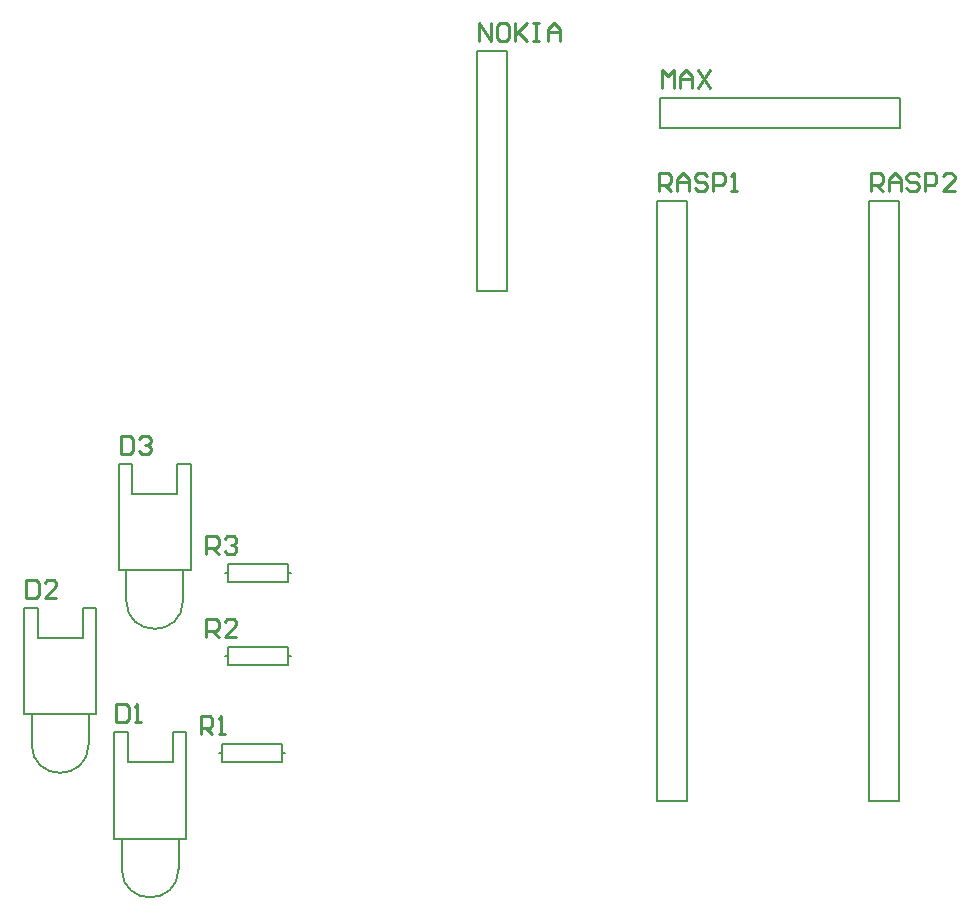
<source format=gto>
G04*
G04 #@! TF.GenerationSoftware,Altium Limited,Altium Designer,19.0.15 (446)*
G04*
G04 Layer_Color=65535*
%FSLAX42Y42*%
%MOMM*%
G71*
G01*
G75*
%ADD10C,0.13*%
%ADD11C,0.20*%
%ADD12C,0.25*%
D10*
X483Y1600D02*
G03*
X965Y1600I241J0D01*
G01*
X1245Y546D02*
G03*
X1727Y546I241J0D01*
G01*
X1283Y2819D02*
G03*
X1765Y2819I241J0D01*
G01*
X914Y2756D02*
X1029D01*
X914Y2502D02*
Y2756D01*
X533Y2502D02*
X914D01*
X533D02*
Y2756D01*
X419D02*
X533D01*
X965Y1600D02*
Y1854D01*
X483Y1600D02*
Y1854D01*
X1029D02*
Y2756D01*
X419Y1854D02*
X1029D01*
X419D02*
Y2756D01*
X1181Y800D02*
Y1702D01*
Y800D02*
X1791D01*
Y1702D01*
X1245Y546D02*
Y800D01*
X1727Y546D02*
Y800D01*
X1181Y1702D02*
X1295D01*
Y1448D02*
Y1702D01*
Y1448D02*
X1676D01*
Y1702D01*
X1791D01*
X1219Y3073D02*
Y3975D01*
Y3073D02*
X1829D01*
Y3975D01*
X1283Y2819D02*
Y3073D01*
X1765Y2819D02*
Y3073D01*
X1219Y3975D02*
X1334D01*
Y3721D02*
Y3975D01*
Y3721D02*
X1715D01*
Y3975D01*
X1829D01*
D11*
X7569Y1308D02*
Y6198D01*
Y1118D02*
Y1308D01*
Y1118D02*
X7823D01*
Y6198D01*
X7569D02*
X7823D01*
X2095Y1448D02*
Y1524D01*
Y1448D02*
X2603D01*
Y1600D01*
X2095D02*
X2603D01*
X2095Y1524D02*
Y1600D01*
X2603Y1524D02*
X2626D01*
X2073D02*
X2095D01*
X5778Y6198D02*
X6033D01*
Y1118D02*
Y6198D01*
X5778Y1118D02*
X6033D01*
X5778D02*
Y1308D01*
Y6198D01*
X2146Y2273D02*
Y2350D01*
Y2273D02*
X2654D01*
Y2426D01*
X2146D02*
X2654D01*
X2146Y2350D02*
Y2426D01*
X2654Y2350D02*
X2677D01*
X2123D02*
X2146D01*
Y2972D02*
Y3048D01*
Y2972D02*
X2654D01*
Y3124D01*
X2146D02*
X2654D01*
X2146Y3048D02*
Y3124D01*
X2654Y3048D02*
X2677D01*
X2123D02*
X2146D01*
X5804Y6820D02*
Y7074D01*
X7836D01*
Y6820D02*
Y7074D01*
X5804Y6820D02*
X7836D01*
X4254Y5436D02*
X4508D01*
X4254D02*
Y7468D01*
X4508D01*
Y5436D02*
Y7468D01*
D12*
X7586Y6283D02*
Y6435D01*
X7662D01*
X7687Y6410D01*
Y6359D01*
X7662Y6333D01*
X7586D01*
X7636D02*
X7687Y6283D01*
X7738D02*
Y6384D01*
X7789Y6435D01*
X7840Y6384D01*
Y6283D01*
Y6359D01*
X7738D01*
X7992Y6410D02*
X7967Y6435D01*
X7916D01*
X7890Y6410D01*
Y6384D01*
X7916Y6359D01*
X7967D01*
X7992Y6333D01*
Y6308D01*
X7967Y6283D01*
X7916D01*
X7890Y6308D01*
X8043Y6283D02*
Y6435D01*
X8119D01*
X8144Y6410D01*
Y6359D01*
X8119Y6333D01*
X8043D01*
X8297Y6283D02*
X8195D01*
X8297Y6384D01*
Y6410D01*
X8271Y6435D01*
X8221D01*
X8195Y6410D01*
X439Y2992D02*
Y2840D01*
X516D01*
X541Y2865D01*
Y2967D01*
X516Y2992D01*
X439D01*
X693Y2840D02*
X592D01*
X693Y2941D01*
Y2967D01*
X668Y2992D01*
X617D01*
X592Y2967D01*
X5795Y6283D02*
Y6435D01*
X5871D01*
X5897Y6410D01*
Y6359D01*
X5871Y6333D01*
X5795D01*
X5846D02*
X5897Y6283D01*
X5947D02*
Y6384D01*
X5998Y6435D01*
X6049Y6384D01*
Y6283D01*
Y6359D01*
X5947D01*
X6201Y6410D02*
X6176Y6435D01*
X6125D01*
X6100Y6410D01*
Y6384D01*
X6125Y6359D01*
X6176D01*
X6201Y6333D01*
Y6308D01*
X6176Y6283D01*
X6125D01*
X6100Y6308D01*
X6252Y6283D02*
Y6435D01*
X6328D01*
X6354Y6410D01*
Y6359D01*
X6328Y6333D01*
X6252D01*
X6404Y6283D02*
X6455D01*
X6430D01*
Y6435D01*
X6404Y6410D01*
X1963Y3211D02*
Y3363D01*
X2040D01*
X2065Y3338D01*
Y3287D01*
X2040Y3261D01*
X1963D01*
X2014D02*
X2065Y3211D01*
X2116Y3338D02*
X2141Y3363D01*
X2192D01*
X2217Y3338D01*
Y3312D01*
X2192Y3287D01*
X2167D01*
X2192D01*
X2217Y3261D01*
Y3236D01*
X2192Y3211D01*
X2141D01*
X2116Y3236D01*
X1963Y2512D02*
Y2664D01*
X2040D01*
X2065Y2639D01*
Y2588D01*
X2040Y2563D01*
X1963D01*
X2014D02*
X2065Y2512D01*
X2217D02*
X2116D01*
X2217Y2614D01*
Y2639D01*
X2192Y2664D01*
X2141D01*
X2116Y2639D01*
X1913Y1687D02*
Y1839D01*
X1989D01*
X2014Y1814D01*
Y1763D01*
X1989Y1737D01*
X1913D01*
X1963D02*
X2014Y1687D01*
X2065D02*
X2116D01*
X2090D01*
Y1839D01*
X2065Y1814D01*
X4270Y7554D02*
Y7706D01*
X4371Y7554D01*
Y7706D01*
X4498D02*
X4447D01*
X4422Y7681D01*
Y7579D01*
X4447Y7554D01*
X4498D01*
X4524Y7579D01*
Y7681D01*
X4498Y7706D01*
X4574D02*
Y7554D01*
Y7605D01*
X4676Y7706D01*
X4600Y7630D01*
X4676Y7554D01*
X4727Y7706D02*
X4778D01*
X4752D01*
Y7554D01*
X4727D01*
X4778D01*
X4854D02*
Y7656D01*
X4905Y7706D01*
X4955Y7656D01*
Y7554D01*
Y7630D01*
X4854D01*
X5819Y7160D02*
Y7313D01*
X5870Y7262D01*
X5921Y7313D01*
Y7160D01*
X5971D02*
Y7262D01*
X6022Y7313D01*
X6073Y7262D01*
Y7160D01*
Y7236D01*
X5971D01*
X6124Y7313D02*
X6225Y7160D01*
Y7313D02*
X6124Y7160D01*
X1237Y4209D02*
Y4056D01*
X1313D01*
X1339Y4082D01*
Y4183D01*
X1313Y4209D01*
X1237D01*
X1389Y4183D02*
X1415Y4209D01*
X1466D01*
X1491Y4183D01*
Y4158D01*
X1466Y4133D01*
X1440D01*
X1466D01*
X1491Y4107D01*
Y4082D01*
X1466Y4056D01*
X1415D01*
X1389Y4082D01*
X1201Y1938D02*
Y1786D01*
X1278D01*
X1303Y1811D01*
Y1913D01*
X1278Y1938D01*
X1201D01*
X1354Y1786D02*
X1405D01*
X1379D01*
Y1938D01*
X1354Y1913D01*
M02*

</source>
